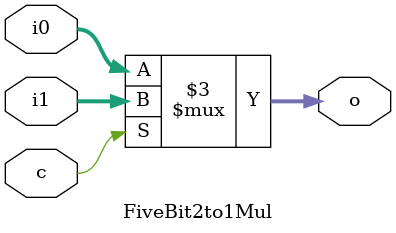
<source format=sv>
`timescale 1ns / 1ps


module FiveBit2to1Mul(input logic [4:0] i0, i1,
                      input logic  c,
                      output logic [4:0] o);
    
always_comb
    if(c)
        o = i1;
    else
        o = i0;   
endmodule
</source>
